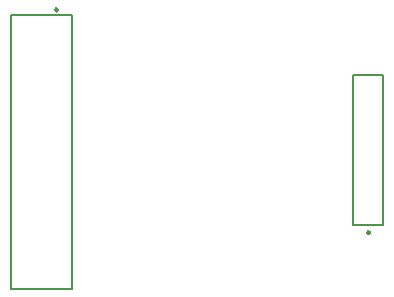
<source format=gbo>
G04*
G04 #@! TF.GenerationSoftware,Altium Limited,Altium Designer,22.7.1 (60)*
G04*
G04 Layer_Color=32896*
%FSLAX44Y44*%
%MOMM*%
G71*
G04*
G04 #@! TF.SameCoordinates,A4F2FA5D-D4EF-4288-9AD8-153C25E8CDF2*
G04*
G04*
G04 #@! TF.FilePolarity,Positive*
G04*
G01*
G75*
%ADD12C,0.2000*%
%ADD38C,0.2500*%
D12*
X307340Y90170D02*
X332740D01*
X307340D02*
Y217170D01*
X332740D01*
Y90170D02*
Y217170D01*
X17030Y36600D02*
X69330D01*
X17030D02*
Y268200D01*
X69330Y36600D02*
Y268200D01*
X17030D02*
X69330D01*
D38*
X321290Y84170D02*
G03*
X321290Y84170I-1250J0D01*
G01*
X56930Y272800D02*
G03*
X56930Y272800I-1250J0D01*
G01*
M02*

</source>
